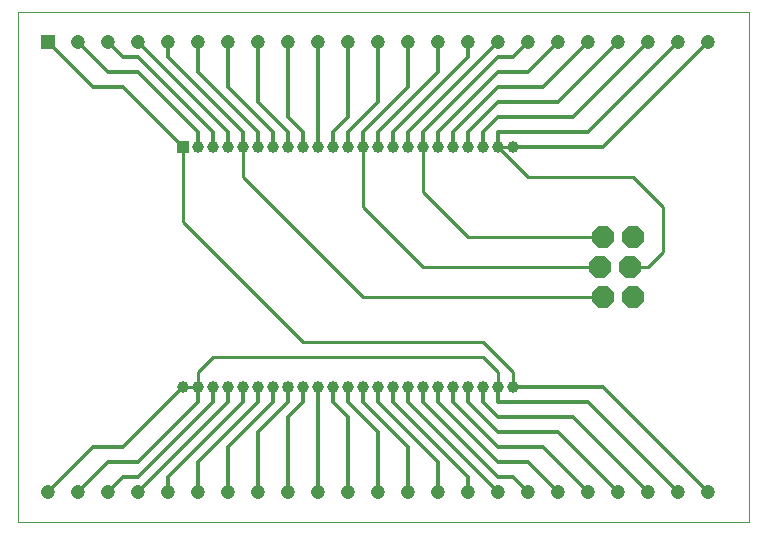
<source format=gbr>
G75*
G70*
%OFA0B0*%
%FSLAX24Y24*%
%IPPOS*%
%LPD*%
%AMOC8*
5,1,8,0,0,1.08239X$1,22.5*
%
%ADD10C,0.0000*%
%ADD11OC8,0.0740*%
%ADD12C,0.0396*%
%ADD13C,0.0400*%
%ADD14R,0.0396X0.0396*%
%ADD15R,0.0475X0.0475*%
%ADD16C,0.0475*%
%ADD17C,0.0120*%
%ADD18C,0.0100*%
D10*
X000101Y000101D02*
X000101Y017097D01*
X024471Y017097D01*
X024471Y000101D01*
X000101Y000101D01*
D11*
X019601Y007601D03*
X020601Y007601D03*
X020501Y008601D03*
X019501Y008601D03*
X019601Y009601D03*
X020601Y009601D03*
D12*
X016601Y012601D03*
X016101Y012601D03*
X015601Y012601D03*
X015101Y012601D03*
X014601Y012601D03*
X014101Y012601D03*
X013601Y012601D03*
X013101Y012601D03*
X012601Y012601D03*
X012101Y012601D03*
X011601Y012601D03*
X011101Y012601D03*
X010601Y012601D03*
X010101Y012601D03*
X009601Y012601D03*
X009101Y012601D03*
X008601Y012601D03*
X008101Y012601D03*
X007601Y012601D03*
X007101Y012601D03*
X006601Y012601D03*
X006101Y012601D03*
X006101Y004601D03*
X006601Y004601D03*
X007101Y004601D03*
X007601Y004601D03*
X008101Y004601D03*
X008601Y004601D03*
X009601Y004601D03*
X010101Y004601D03*
X010601Y004601D03*
X011101Y004601D03*
X011601Y004601D03*
X012101Y004601D03*
X012601Y004601D03*
X013101Y004601D03*
X013601Y004601D03*
X014101Y004601D03*
X014601Y004601D03*
X015101Y004601D03*
X015601Y004601D03*
X016101Y004601D03*
X016601Y004601D03*
X005601Y004601D03*
D13*
X009101Y004601D03*
D14*
X005601Y012601D03*
D15*
X001101Y016101D03*
D16*
X002101Y016101D03*
X003101Y016101D03*
X004101Y016101D03*
X005101Y016101D03*
X006101Y016101D03*
X007101Y016101D03*
X008101Y016101D03*
X009101Y016101D03*
X010101Y016101D03*
X011101Y016101D03*
X012101Y016101D03*
X013101Y016101D03*
X014101Y016101D03*
X015101Y016101D03*
X016101Y016101D03*
X017101Y016101D03*
X018101Y016101D03*
X019101Y016101D03*
X020101Y016101D03*
X021101Y016101D03*
X022101Y016101D03*
X023101Y016101D03*
X023101Y001101D03*
X022101Y001101D03*
X021101Y001101D03*
X020101Y001101D03*
X019101Y001101D03*
X018101Y001101D03*
X017101Y001101D03*
X016101Y001101D03*
X015101Y001101D03*
X014101Y001101D03*
X013101Y001101D03*
X012101Y001101D03*
X011101Y001101D03*
X010101Y001101D03*
X009101Y001101D03*
X008101Y001101D03*
X007101Y001101D03*
X006101Y001101D03*
X005101Y001101D03*
X004101Y001101D03*
X003101Y001101D03*
X002101Y001101D03*
X001101Y001101D03*
D17*
X002601Y002601D01*
X003601Y002601D01*
X005601Y004601D01*
X006101Y004601D02*
X006101Y004101D01*
X004101Y002101D01*
X003101Y002101D01*
X002101Y001101D01*
X003101Y001101D02*
X003601Y001601D01*
X004101Y001601D01*
X006601Y004101D01*
X006601Y004601D01*
X007101Y004601D02*
X007101Y004101D01*
X004101Y001101D01*
X005101Y001101D02*
X005101Y001601D01*
X007601Y004101D01*
X007601Y004601D01*
X008101Y004601D02*
X008101Y004101D01*
X006101Y002101D01*
X006101Y001101D01*
X007101Y001101D02*
X007101Y002601D01*
X008601Y004101D01*
X008601Y004601D01*
X009101Y004601D02*
X009101Y004101D01*
X008101Y003101D01*
X008101Y001101D01*
X009101Y001101D02*
X009101Y003601D01*
X009601Y004101D01*
X009601Y004601D01*
X010101Y004601D02*
X010101Y001101D01*
X011101Y001101D02*
X011101Y003601D01*
X010601Y004101D01*
X010601Y004601D01*
X011101Y004601D02*
X011101Y004101D01*
X012101Y003101D01*
X012101Y001101D01*
X013101Y001101D02*
X013101Y002601D01*
X011601Y004101D01*
X011601Y004601D01*
X012101Y004601D02*
X012101Y004101D01*
X014101Y002101D01*
X014101Y001101D01*
X015101Y001101D02*
X015101Y001601D01*
X012601Y004101D01*
X012601Y004601D01*
X013101Y004601D02*
X013101Y004101D01*
X016101Y001101D01*
X016101Y001601D02*
X016601Y001601D01*
X017101Y001101D01*
X017101Y002101D02*
X018101Y001101D01*
X019101Y001101D02*
X017601Y002601D01*
X016101Y002601D01*
X014601Y004101D01*
X014601Y004601D01*
X015101Y004601D02*
X015101Y004101D01*
X016101Y003101D01*
X018101Y003101D01*
X020101Y001101D01*
X021101Y001101D02*
X018601Y003601D01*
X016101Y003601D01*
X015601Y004101D01*
X015601Y004601D01*
X016101Y004601D02*
X016101Y004101D01*
X019101Y004101D01*
X022101Y001101D01*
X023101Y001101D02*
X019601Y004601D01*
X016601Y004601D01*
X014101Y004601D02*
X014101Y004101D01*
X016101Y002101D01*
X017101Y002101D01*
X016101Y001601D02*
X013601Y004101D01*
X013601Y004601D01*
X013601Y012601D02*
X013601Y013101D01*
X016101Y015601D01*
X016601Y015601D01*
X017101Y016101D01*
X017101Y015101D02*
X018101Y016101D01*
X019101Y016101D02*
X017601Y014601D01*
X016101Y014601D01*
X014601Y013101D01*
X014601Y012601D01*
X015101Y012601D02*
X015101Y013101D01*
X016101Y014101D01*
X018101Y014101D01*
X020101Y016101D01*
X021101Y016101D02*
X018601Y013601D01*
X016101Y013601D01*
X015601Y013101D01*
X015601Y012601D01*
X016101Y012601D02*
X016101Y013101D01*
X019101Y013101D01*
X022101Y016101D01*
X023101Y016101D02*
X019601Y012601D01*
X016601Y012601D01*
X014101Y012601D02*
X014101Y013101D01*
X016101Y015101D01*
X017101Y015101D01*
X016101Y016101D02*
X013101Y013101D01*
X013101Y012601D01*
X012601Y012601D02*
X012601Y013101D01*
X015101Y015601D01*
X015101Y016101D01*
X014101Y016101D02*
X014101Y015101D01*
X012101Y013101D01*
X012101Y012601D01*
X011601Y012601D02*
X011601Y013101D01*
X013101Y014601D01*
X013101Y016101D01*
X012101Y016101D02*
X012101Y014101D01*
X011101Y013101D01*
X011101Y012601D01*
X010601Y012601D02*
X010601Y013101D01*
X011101Y013601D01*
X011101Y016101D01*
X010101Y016101D02*
X010101Y012601D01*
X009601Y012601D02*
X009601Y013101D01*
X009101Y013601D01*
X009101Y016101D01*
X008101Y016101D02*
X008101Y014101D01*
X009101Y013101D01*
X009101Y012601D01*
X008601Y012601D02*
X008601Y013101D01*
X007101Y014601D01*
X007101Y016101D01*
X006101Y016101D02*
X006101Y015101D01*
X008101Y013101D01*
X008101Y012601D01*
X007601Y012601D02*
X007601Y013101D01*
X005101Y015601D01*
X005101Y016101D01*
X004101Y016101D02*
X007101Y013101D01*
X007101Y012601D01*
X006601Y012601D02*
X006601Y013101D01*
X004101Y015601D01*
X003601Y015601D01*
X003101Y016101D01*
X003101Y015101D02*
X002101Y016101D01*
X001101Y016101D02*
X002601Y014601D01*
X003601Y014601D01*
X005601Y012601D01*
X006101Y012601D02*
X006101Y013101D01*
X004101Y015101D01*
X003101Y015101D01*
D18*
X005601Y012601D02*
X005601Y010101D01*
X009601Y006101D01*
X015601Y006101D01*
X016601Y005101D01*
X016601Y004601D01*
X016101Y004601D02*
X016101Y005101D01*
X015601Y005601D01*
X006601Y005601D01*
X006101Y005101D01*
X006101Y004601D01*
X005601Y004601D01*
X011601Y007601D02*
X007601Y011601D01*
X007601Y012601D01*
X011601Y012601D02*
X011601Y010601D01*
X013601Y008601D01*
X019501Y008601D01*
X020501Y008601D02*
X021101Y008601D01*
X021601Y009101D01*
X021601Y010601D01*
X020601Y011601D01*
X017101Y011601D01*
X016101Y012601D01*
X016601Y012601D01*
X013601Y012601D02*
X013601Y011101D01*
X015101Y009601D01*
X019601Y009601D01*
X019601Y007601D02*
X011601Y007601D01*
M02*

</source>
